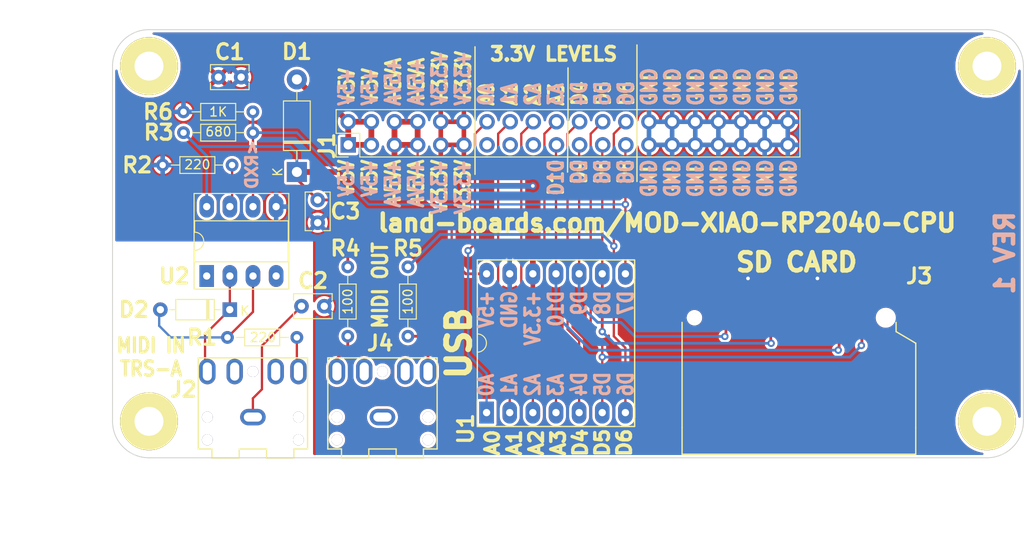
<source format=kicad_pcb>
(kicad_pcb (version 20211014) (generator pcbnew)
  (layers (0 "F.Cu" signal) (31 "B.Cu" signal) (34 "B.Paste" user) (35 "F.Paste" user) (36 "B.SilkS" user "B.Silkscreen") (37 "F.SilkS" user "F.Silkscreen") (38 "B.Mask" user) (39 "F.Mask" user) (44 "Edge.Cuts" user))
  (net 0 "")
  (net 1 "GND")
  (net 2 "/D4")
  (net 3 "/D5")
  (net 4 "/D6")
  (net 5 "/D7")
  (net 6 "/D8")
  (net 7 "/D9")
  (net 8 "/D10")
  (net 9 "/A0")
  (net 10 "/A1")
  (net 11 "/A2")
  (net 12 "/A3")
  (net 13 "+5VA")
  (net 14 "Net-(J2-PadS)")
  (net 15 "+5V")
  (net 16 "+3V3")
  (net 17 "Net-(R2-Pad1)")
  (net 23 "Net-(D2-Pad2)")
  (net 32 "/MIDI_PIN4_RX")
  (net 33 "/MIDI_PIN5_RX")
  (net 34 "Net-(J4-PadR)")
  (net 36 "Net-(J4-PadT)")
  (footprint "LandBoards_MountHoles:MTG-4-40" (layer "F.Cu") (at 94 83)
    (fp_text reference "MTG1" hide)
    (fp_text value "MountingHole" hide)
    (pad "1" thru_hole circle locked (at 0 0) (size 6.35 6.35) (drill 3.175) (layers *.Cu *.Mask "F.SilkS"))
  )
  (footprint "Capacitor_THT:C_Rect_L4.0mm_W2.5mm_P2.50mm" (layer "F.Cu") (at 110.744 70.358)
    (fp_text reference "C2" (at 1.27 -2.794) (layer "F.SilkS") (effects (font (size 1.651 1.651) (thickness 0.34925))))
    (fp_text value "0.1uF")
    (fp_line (start 3.37 0.665) (end 3.37 1.37) (layer "F.SilkS") (width 0.12))
    (fp_line (start -0.87 1.37) (end 3.37 1.37) (layer "F.SilkS") (width 0.12))
    (fp_line (start -0.87 0.665) (end -0.87 1.37) (layer "F.SilkS") (width 0.12))
    (fp_line (start 3.37 -1.37) (end 3.37 -0.665) (layer "F.SilkS") (width 0.12))
    (fp_line (start -0.87 -1.37) (end 3.37 -1.37) (layer "F.SilkS") (width 0.12))
    (fp_line (start -0.87 -1.37) (end -0.87 -0.665) (layer "F.SilkS") (width 0.12))
    (pad "1" thru_hole circle (at 0 0) (size 1.6 1.6) (drill 0.8) (layers *.Cu *.Mask) (net 14 "Net-(J2-PadS)"))
    (pad "2" thru_hole circle (at 2.5 0) (size 1.6 1.6) (drill 0.8) (layers *.Cu *.Mask) (net 1 "GND"))
  )
  (footprint "Resistor_THT:R_Axial_DIN0204_L3.6mm_D1.6mm_P7.62mm_Horizontal" (layer "F.Cu") (at 105.41 49.022 180)
    (fp_text reference "R6" (at 10.414 0) (layer "F.SilkS") (effects (font (size 1.651 1.651) (thickness 0.34925))))
    (fp_text value "1K" (at 3.81 0) (layer "F.SilkS"))
    (fp_line (start 0.94 0) (end 1.89 0) (layer "F.SilkS") (width 0.12))
    (fp_line (start 1.89 -0.92) (end 1.89 0.92) (layer "F.SilkS") (width 0.12))
    (fp_line (start 6.68 0) (end 5.73 0) (layer "F.SilkS") (width 0.12))
    (fp_line (start 5.73 0.92) (end 5.73 -0.92) (layer "F.SilkS") (width 0.12))
    (fp_line (start 5.73 -0.92) (end 1.89 -0.92) (layer "F.SilkS") (width 0.12))
    (fp_line (start 1.89 0.92) (end 5.73 0.92) (layer "F.SilkS") (width 0.12))
    (pad "1" thru_hole circle (at 0 0 180) (size 1.4 1.4) (drill 0.7) (layers *.Cu *.Mask) (net 5 "/D7"))
    (pad "2" thru_hole oval (at 7.62 0 180) (size 1.4 1.4) (drill 0.7) (layers *.Cu *.Mask) (net 1 "GND"))
  )
  (footprint "LandBoards_BoardOutlines:QT_Py" (layer "F.Cu") (at 131.064 82.042 90)
    (fp_text reference "U1" (at -1.778 -2.286 90) (layer "F.SilkS") (effects (font (size 1.651 1.651) (thickness 0.34925))))
    (fp_text value "XIAO RP2040")
    (fp_rect (start -1.524 -1.016) (end 16.764 16.256) (layer "F.SilkS") (width 0.15) (fill none))
    (fp_arc (start 8.636 -1.016) (mid 7.636 -0.016) (end 6.636 -1.016) (layer "F.SilkS") (width 0.12))
    (pad "1" thru_hole rect (at 0 0 90) (size 2.4 1.6) (drill 0.8) (layers *.Cu *.Mask) (net 9 "/A0"))
    (pad "2" thru_hole oval (at 0 2.54 90) (size 2.4 1.6) (drill 0.8) (layers *.Cu *.Mask) (net 10 "/A1"))
    (pad "3" thru_hole oval (at 0 5.08 90) (size 2.4 1.6) (drill 0.8) (layers *.Cu *.Mask) (net 11 "/A2"))
    (pad "4" thru_hole oval (at 0 7.62 90) (size 2.4 1.6) (drill 0.8) (layers *.Cu *.Mask) (net 12 "/A3"))
    (pad "5" thru_hole oval (at 0 10.16 90) (size 2.4 1.6) (drill 0.8) (layers *.Cu *.Mask) (net 2 "/D4"))
    (pad "6" thru_hole oval (at 0 12.7 90) (size 2.4 1.6) (drill 0.8) (layers *.Cu *.Mask) (net 3 "/D5"))
    (pad "7" thru_hole oval (at 0 15.24 90) (size 2.4 1.6) (drill 0.8) (layers *.Cu *.Mask) (net 4 "/D6"))
    (pad "8" thru_hole oval (at 15.24 15.24 90) (size 2.4 1.6) (drill 0.8) (layers *.Cu *.Mask) (net 5 "/D7"))
    (pad "9" thru_hole oval (at 15.24 12.7 90) (size 2.4 1.6) (drill 0.8) (layers *.Cu *.Mask) (net 6 "/D8"))
    (pad "10" thru_hole oval (at 15.24 10.16 90) (size 2.4 1.6) (drill 0.8) (layers *.Cu *.Mask) (net 7 "/D9"))
    (pad "11" thru_hole oval (at 15.24 7.62 90) (size 2.4 1.6) (drill 0.8) (layers *.Cu *.Mask) (net 8 "/D10"))
    (pad "12" thru_hole oval (at 15.24 5.08 90) (size 2.4 1.6) (drill 0.8) (layers *.Cu *.Mask) (net 16 "+3V3"))
    (pad "13" thru_hole oval (at 15.24 2.54 90) (size 2.4 1.6) (drill 0.8) (layers *.Cu *.Mask) (net 1 "GND"))
    (pad "14" thru_hole oval (at 15.24 0 90) (size 2.4 1.6) (drill 0.8) (layers *.Cu *.Mask) (net 13 "+5VA"))
  )
  (footprint "LandBoards_Conns:Jack_3.5mm_CUI_SJ1-3523N_Horizontal" (layer "F.Cu") (at 105.41 82.533998 180)
    (fp_text reference "J2" (at 7.62 3.031998) (layer "F.SilkS") (effects (font (size 1.651 1.651) (thickness 0.34925))))
    (fp_text value "AudioJack3" hide)
    (fp_line (start 1.5 -4.5) (end 1.5 -3.5) (layer "F.SilkS") (width 0.15))
    (fp_line (start -6 6.5) (end -6 -3.5) (layer "F.SilkS") (width 0.15))
    (fp_line (start -6 6.5) (end 6 6.5) (layer "F.SilkS") (width 0.15))
    (fp_line (start -1.5 -3.5) (end 1.5 -3.5) (layer "F.SilkS") (width 0.15))
    (fp_line (start -4.5 -3.5) (end -4.5 -4.5) (layer "F.SilkS") (width 0.15))
    (fp_line (start 4.5 -3.5) (end 4.5 -4.5) (layer "F.SilkS") (width 0.15))
    (fp_line (start -4.5 -4.5) (end -1.5 -4.5) (layer "F.SilkS") (width 0.15))
    (fp_line (start -1.5 -4.5) (end -1.5 -3.5) (layer "F.SilkS") (width 0.15))
    (fp_line (start 6 6.5) (end 6 -3.5) (layer "F.SilkS") (width 0.15))
    (fp_line (start 4.5 -4.5) (end 1.5 -4.5) (layer "F.SilkS") (width 0.15))
    (fp_line (start 4.5 -3.5) (end 6 -3.5) (layer "F.SilkS") (width 0.15))
    (fp_line (start -4.5 -3.5) (end -6 -3.5) (layer "F.SilkS") (width 0.15))
    (pad "90" thru_hole circle (at 5 0 180) (size 1.2 1.2) (drill 1.2) (layers *.Cu *.Mask))
    (pad "90" thru_hole circle (at 0 5 180) (size 1.2 1.2) (drill 1.2) (layers *.Cu *.Mask))
    (pad "90" thru_hole circle (at -5 -2.5 180) (size 1.2 1.2) (drill 1.2) (layers *.Cu *.Mask))
    (pad "90" thru_hole circle (at 5 -2.5 180) (size 1.2 1.2) (drill 1.2) (layers *.Cu *.Mask))
    (pad "90" thru_hole circle (at -5 0 180) (size 1.2 1.2) (drill 1.2) (layers *.Cu *.Mask))
    (pad "R" thru_hole oval (at 5 5 270) (size 2.8 1.8) (drill oval 2 1) (layers *.Cu *.Mask) (net 32 "/MIDI_PIN4_RX"))
    (pad "RN" thru_hole oval (at 2 5 270) (size 2.8 1.8) (drill oval 2 1) (layers *.Cu *.Mask))
    (pad "S" thru_hole oval (at 0 0 180) (size 2.8 1.8) (drill oval 2 1) (layers *.Cu *.Mask) (net 14 "Net-(J2-PadS)"))
    (pad "T" thru_hole oval (at -5 5 270) (size 2.8 1.8) (drill oval 2 1) (layers *.Cu *.Mask) (net 33 "/MIDI_PIN5_RX"))
    (pad "TN" thru_hole oval (at -2.5 5 270) (size 2.8 1.8) (drill oval 2 1) (layers *.Cu *.Mask))
  )
  (footprint "Diode_THT:D_DO-41_SOD81_P10.16mm_Horizontal" (layer "F.Cu") (at 110.236 55.626 90)
    (fp_text reference "D1" (at 13.208 0 180) (layer "F.SilkS") (effects (font (size 1.651 1.651) (thickness 0.34925))))
    (fp_text value "1N5819")
    (fp_text user "K" (at 0 -2.1 90) (layer "F.SilkS"))
    (fp_line (start 2.36 1.47) (end 7.8 1.47) (layer "F.SilkS") (width 0.12))
    (fp_line (start 7.8 1.47) (end 7.8 -1.47) (layer "F.SilkS") (width 0.12))
    (fp_line (start 2.36 -1.47) (end 2.36 1.47) (layer "F.SilkS") (width 0.12))
    (fp_line (start 3.38 -1.47) (end 3.38 1.47) (layer "F.SilkS") (width 0.12))
    (fp_line (start 3.26 -1.47) (end 3.26 1.47) (layer "F.SilkS") (width 0.12))
    (fp_line (start 7.8 -1.47) (end 2.36 -1.47) (layer "F.SilkS") (width 0.12))
    (fp_line (start 3.14 -1.47) (end 3.14 1.47) (layer "F.SilkS") (width 0.12))
    (fp_line (start 8.82 0) (end 7.8 0) (layer "F.SilkS") (width 0.12))
    (fp_line (start 1.34 0) (end 2.36 0) (layer "F.SilkS") (width 0.12))
    (pad "1" thru_hole rect (at 0 0 90) (size 2.2 2.2) (drill 1.1) (layers *.Cu *.Mask) (net 13 "+5VA"))
    (pad "2" thru_hole oval (at 10.16 0 90) (size 2.2 2.2) (drill 1.1) (layers *.Cu *.Mask) (net 15 "+5V"))
  )
  (footprint "Resistor_THT:R_Axial_DIN0204_L3.6mm_D1.6mm_P7.62mm_Horizontal" (layer "F.Cu") (at 102.616 73.787)
    (fp_text reference "R1" (at -2.794 0 180) (layer "F.SilkS") (effects (font (size 1.651 1.651) (thickness 0.34925))))
    (fp_text value "220" (at 3.8862 0) (layer "F.SilkS"))
    (fp_line (start 6.68 0) (end 5.73 0) (layer "F.SilkS") (width 0.12))
    (fp_line (start 5.73 0.92) (end 5.73 -0.92) (layer "F.SilkS") (width 0.12))
    (fp_line (start 1.89 -0.92) (end 1.89 0.92) (layer "F.SilkS") (width 0.12))
    (fp_line (start 5.73 -0.92) (end 1.89 -0.92) (layer "F.SilkS") (width 0.12))
    (fp_line (start 0.94 0) (end 1.89 0) (layer "F.SilkS") (width 0.12))
    (fp_line (start 1.89 0.92) (end 5.73 0.92) (layer "F.SilkS") (width 0.12))
    (pad "1" thru_hole circle (at 0 0) (size 1.4 1.4) (drill 0.7) (layers *.Cu *.Mask) (net 23 "Net-(D2-Pad2)"))
    (pad "2" thru_hole oval (at 7.62 0) (size 1.4 1.4) (drill 0.7) (layers *.Cu *.Mask) (net 33 "/MIDI_PIN5_RX"))
  )
  (footprint "LandBoards_MountHoles:MTG-4-40" (layer "F.Cu") (at 94 44)
    (fp_text reference "MTG3" hide)
    (fp_text value "MountingHole" hide)
    (pad "1" thru_hole circle locked (at 0 0) (size 6.35 6.35) (drill 3.175) (layers *.Cu *.Mask "F.SilkS"))
  )
  (footprint "Resistor_THT:R_Axial_DIN0204_L3.6mm_D1.6mm_P7.62mm_Horizontal" (layer "F.Cu") (at 122.428 73.66 90)
    (fp_text reference "R5" (at 9.652 0 180) (layer "F.SilkS") (effects (font (size 1.651 1.651) (thickness 0.34925))))
    (fp_text value "100" (at 3.81 0 90) (layer "F.SilkS"))
    (fp_line (start 1.89 0.92) (end 5.73 0.92) (layer "F.SilkS") (width 0.12))
    (fp_line (start 6.68 0) (end 5.73 0) (layer "F.SilkS") (width 0.12))
    (fp_line (start 5.73 0.92) (end 5.73 -0.92) (layer "F.SilkS") (width 0.12))
    (fp_line (start 5.73 -0.92) (end 1.89 -0.92) (layer "F.SilkS") (width 0.12))
    (fp_line (start 1.89 -0.92) (end 1.89 0.92) (layer "F.SilkS") (width 0.12))
    (fp_line (start 0.94 0) (end 1.89 0) (layer "F.SilkS") (width 0.12))
    (pad "1" thru_hole circle (at 0 0 90) (size 1.4 1.4) (drill 0.7) (layers *.Cu *.Mask) (net 36 "Net-(J4-PadT)"))
    (pad "2" thru_hole oval (at 7.62 0 90) (size 1.4 1.4) (drill 0.7) (layers *.Cu *.Mask) (net 4 "/D6"))
  )
  (footprint "Resistor_THT:R_Axial_DIN0204_L3.6mm_D1.6mm_P7.62mm_Horizontal" (layer "F.Cu") (at 115.824 73.66 90)
    (fp_text reference "R4" (at 9.652 -0.254 180) (layer "F.SilkS") (effects (font (size 1.651 1.651) (thickness 0.34925))))
    (fp_text value "100" (at 3.81 0 90) (layer "F.SilkS"))
    (fp_line (start 0.94 0) (end 1.89 0) (layer "F.SilkS") (width 0.12))
    (fp_line (start 6.68 0) (end 5.73 0) (layer "F.SilkS") (width 0.12))
    (fp_line (start 1.89 -0.92) (end 1.89 0.92) (layer "F.SilkS") (width 0.12))
    (fp_line (start 5.73 0.92) (end 5.73 -0.92) (layer "F.SilkS") (width 0.12))
    (fp_line (start 1.89 0.92) (end 5.73 0.92) (layer "F.SilkS") (width 0.12))
    (fp_line (start 5.73 -0.92) (end 1.89 -0.92) (layer "F.SilkS") (width 0.12))
    (pad "1" thru_hole circle (at 0 0 90) (size 1.4 1.4) (drill 0.7) (layers *.Cu *.Mask) (net 34 "Net-(J4-PadR)"))
    (pad "2" thru_hole oval (at 7.62 0 90) (size 1.4 1.4) (drill 0.7) (layers *.Cu *.Mask) (net 13 "+5VA"))
  )
  (footprint "Diode_THT:D_DO-35_SOD27_P7.62mm_Horizontal" (layer "F.Cu") (at 102.87 70.739 180)
    (fp_text reference "D2" (at 10.541 0) (layer "F.SilkS") (effects (font (size 1.651 1.651) (thickness 0.34925))))
    (fp_text value "1N914")
    (fp_text user "K" (at -1.651 -0.127) (layer "F.SilkS"))
    (fp_line (start 5.93 1.12) (end 5.93 -1.12) (layer "F.SilkS") (width 0.12))
    (fp_line (start 1.04 0) (end 1.69 0) (layer "F.SilkS") (width 0.12))
    (fp_line (start 1.69 -1.12) (end 1.69 1.12) (layer "F.SilkS") (width 0.12))
    (fp_line (start 5.93 -1.12) (end 1.69 -1.12) (layer "F.SilkS") (width 0.12))
    (fp_line (start 2.53 -1.12) (end 2.53 1.12) (layer "F.SilkS") (width 0.12))
    (fp_line (start 6.58 0) (end 5.93 0) (layer "F.SilkS") (width 0.12))
    (fp_line (start 2.29 -1.12) (end 2.29 1.12) (layer "F.SilkS") (width 0.12))
    (fp_line (start 2.41 -1.12) (end 2.41 1.12) (layer "F.SilkS") (width 0.12))
    (fp_line (start 1.69 1.12) (end 5.93 1.12) (layer "F.SilkS") (width 0.12))
    (pad "1" thru_hole rect (at 0 0 180) (size 1.6 1.6) (drill 0.8) (layers *.Cu *.Mask) (net 32 "/MIDI_PIN4_RX"))
    (pad "2" thru_hole oval (at 7.62 0 180) (size 1.6 1.6) (drill 0.8) (layers *.Cu *.Mask) (net 23 "Net-(D2-Pad2)"))
  )
  (footprint "Capacitor_THT:C_Rect_L4.0mm_W2.5mm_P2.50mm" (layer "F.Cu") (at 112.522 58.694 -90)
    (fp_text reference "C3" (at 1.25 -3.048 180) (layer "F.SilkS") (effects (font (size 1.651 1.651) (thickness 0.34925))))
    (fp_text value "0.1uF")
    (fp_line (start -0.87 1.37) (end 3.37 1.37) (layer "F.SilkS") (width 0.12))
    (fp_line (start -0.87 -1.37) (end 3.37 -1.37) (layer "F.SilkS") (width 0.12))
    (fp_line (start -0.87 0.665) (end -0.87 1.37) (layer "F.SilkS") (width 0.12))
    (fp_line (start -0.87 -1.37) (end -0.87 -0.665) (layer "F.SilkS") (width 0.12))
    (fp_line (start 3.37 0.665) (end 3.37 1.37) (layer "F.SilkS") (width 0.12))
    (fp_line (start 3.37 -1.37) (end 3.37 -0.665) (layer "F.SilkS") (width 0.12))
    (pad "1" thru_hole circle (at 0 0 270) (size 1.6 1.6) (drill 0.8) (layers *.Cu *.Mask) (net 13 "+5VA"))
    (pad "2" thru_hole circle (at 2.5 0 270) (size 1.6 1.6) (drill 0.8) (layers *.Cu *.Mask) (net 1 "GND"))
  )
  (footprint "Connector_PinHeader_2.54mm:PinHeader_2x20_P2.54mm_Vertical" (layer "F.Cu") (at 115.875 52.65 90)
    (fp_text reference "J1" (at -0.104 -2.337 90) (layer "F.SilkS") (effects (font (size 1.651 1.651) (thickness 0.34925))))
    (fp_text value "Conn_02x20_Odd_Even")
    (fp_line (start -1.33 -1.33) (end 0 -1.33) (layer "F.SilkS") (width 0.12))
    (fp_line (start -1.33 49.59) (end 3.87 49.59) (layer "F.SilkS") (width 0.12))
    (fp_line (start -1.33 0) (end -1.33 -1.33) (layer "F.SilkS") (width 0.12))
    (fp_line (start 1.27 -1.33) (end 3.87 -1.33) (layer "F.SilkS") (width 0.12))
    (fp_line (start -1.33 1.27) (end 1.27 1.27) (layer "F.SilkS") (width 0.12))
    (fp_line (start 1.27 1.27) (end 1.27 -1.33) (layer "F.SilkS") (width 0.12))
    (fp_line (start -1.33 1.27) (end -1.33 49.59) (layer "F.SilkS") (width 0.12))
    (fp_line (start 3.87 -1.33) (end 3.87 49.59) (layer "F.SilkS") (width 0.12))
    (pad "1" thru_hole rect (at 0 0 90) (size 1.7 1.7) (drill 1) (layers *.Cu *.Mask) (net 15 "+5V"))
    (pad "2" thru_hole oval (at 2.54 0 90) (size 1.7 1.7) (drill 1) (layers *.Cu *.Mask) (net 15 "+5V"))
    (pad "3" thru_hole oval (at 0 2.54 90) (size 1.7 1.7) (drill 1) (layers *.Cu *.Mask) (net 15 "+5V"))
    (pad "4" thru_hole oval (at 2.54 2.54 90) (size 1.7 1.7) (drill 1) (layers *.Cu *.Mask) (net 15 "+5V"))
    (pad "5" thru_hole oval (at 0 5.08 90) (size 1.7 1.7) (drill 1) (layers *.Cu *.Mask) (net 13 "+5VA"))
    (pad "6" thru_hole oval (at 2.54 5.08 90) (size 1.7 1.7) (drill 1) (layers *.Cu *.Mask) (net 13 "+5VA"))
    (pad "7" thru_hole oval (at 0 7.62 90) (size 1.7 1.7) (drill 1) (layers *.Cu *.Mask) (net 13 "+5VA"))
    (pad "8" thru_hole oval (at 2.54 7.62 90) (size 1.7 1.7) (drill 1) (layers *.Cu *.Mask) (net 13 "+5VA"))
    (pad "9" thru_hole oval (at 0 10.16 90) (size 1.7 1.7) (drill 1) (layers *.Cu *.Mask) (net 16 "+3V3"))
    (pad "10" thru_hole oval (at 2.54 10.16 90) (size 1.7 1.7) (drill 1) (layers *.Cu *.Mask) (net 16 "+3V3"))
    (pad "11" thru_hole oval (at 0 12.7 90) (size 1.7 1.7) (drill 1) (layers *.Cu *.Mask) (net 16 "+3V3"))
    (pad "12" thru_hole oval (at 2.54 12.7 90) (size 1.7 1.7) (drill 1) (layers *.Cu *.Mask) (net 16 "+3V3"))
    (pad "13" thru_hole oval (at 0 15.24 90) (size 1.7 1.7) (drill 1) (layers *.Cu *.Mask))
    (pad "14" thru_hole oval (at 2.54 15.24 90) (size 1.7 1.7) (drill 1) (layers *.Cu *.Mask) (net 9 "/A0"))
    (pad "15" thru_hole oval (at 0 17.78 90) (size 1.7 1.7) (drill 1) (layers *.Cu *.Mask))
    (pad "16" thru_hole oval (at 2.54 17.78 90) (size 1.7 1.7) (drill 1) (layers *.Cu *.Mask) (net 10 "/A1"))
    (pad "17" thru_hole oval (at 0 20.32 90) (size 1.7 1.7) (drill 1) (layers *.Cu *.Mask))
    (pad "18" thru_hole oval (at 2.54 20.32 90) (size 1.7 1.7) (drill 1) (layers *.Cu *.Mask) (net 11 "/A2"))
    (pad "19" thru_hole oval (at 0 22.86 90) (size 1.7 1.7) (drill 1) (layers *.Cu *.Mask) (net 8 "/D10"))
    (pad "20" thru_hole oval (at 2.54 22.86 90) (size 1.7 1.7) (drill 1) (layers *.Cu *.Mask) (net 12 "/A3"))
    (pad "21" thru_hole oval (at 0 25.4 90) (size 1.7 1.7) (drill 1) (layers *.Cu *.Mask) (net 7 "/D9"))
    (pad "22" thru_hole oval (at 2.54 25.4 90) (size 1.7 1.7) (drill 1) (layers *.Cu *.Mask) (net 2 "/D4"))
    (pad "23" thru_hole oval (at 0 27.94 90) (size 1.7 1.7) (drill 1) (layers *.Cu *.Mask) (net 6 "/D8"))
    (pad "24" thru_hole oval (at 2.54 27.94 90) (size 1.7 1.7) (drill 1) (layers *.Cu *.Mask) (net 3 "/D5"))
    (pad "25" thru_hole oval (at 0 30.48 90) (size 1.7 1.7) (drill 1) (layers *.Cu *.Mask) (net 5 "/D7"))
    (pad "26" thru_hole oval (at 2.54 30.48 90) (size 1.7 1.7) (drill 1) (layers *.Cu *.Mask) (net 4 "/D6"))
    (pad "27" thru_hole oval (at 0 33.02 90) (size 1.7 1.7) (drill 1) (layers *.Cu *.Mask) (net 1 "GND"))
    (pad "28" thru_hole oval (at 2.54 33.02 90) (size 1.7 1.7) (drill 1) (layers *.Cu *.Mask) (net 1 "GND"))
    (pad "29" thru_hole oval (at 0 35.56 90) (size 1.7 1.7) (drill 1) (layers *.Cu *.Mask) (net 1 "GND"))
    (pad "30" thru_hole oval (at 2.54 35.56 90) (size 1.7 1.7) (drill 1) (layers *.Cu *.Mask) (net 1 "GND"))
    (pad "31" thru_hole oval (at 0 38.1 90) (size 1.7 1.7) (drill 1) (layers *.Cu *.Mask) (net 1 "GND"))
    (pad "32" thru_hole oval (at 2.54 38.1 90) (size 1.7 1.7) (drill 1) (layers *.Cu *.Mask) (net 1 "GND"))
    (pad "33" thru_hole oval (at 0 40.64 90) (size 1.7 1.7) (drill 1) (layers *.Cu *.Mask) (net 1 "GND"))
    (pad "34" thru_hole oval (at 2.54 40.64 90) (size 1.7 1.7) (drill 1) (layers *.Cu *.Mask) (net 1 "GND"))
    (pad "35" thru_hole oval (at 0 43.18 90) (size 1.7 1.7) (drill 1) (layers *.Cu *.Mask) (net 1 "GND"))
    (pad "36" thru_hole oval (at 2.54 43.18 90) (size 1.7 1.7) (drill 1) (layers *.Cu *.Mask) (net 1 "GND"))
    (pad "37" thru_hole oval (at 0 45.72 90) (size 1.7 1.7) (drill 1) (layers *.Cu *.Mask) (net 1 "GND"))
    (pad "38" thru_hole oval (at 2.54 45.72 90) (size 1.7 1.7) (drill 1) (layers *.Cu *.Mask) (net 1 "GND"))
    (pad "39" thru_hole oval (at 0 48.26 90) (size 1.7 1.7) (drill 1) (layers *.Cu *.Mask) (net 1 "GND"))
    (pad "40" thru_hole oval (at 2.54 48.26 90) (size 1.7 1.7) (drill 1) (layers *.Cu *.Mask) (net 1 "GND"))
  )
  (footprint "LandBoards_Conns:SD_CARD" (layer "F.Cu") (at 159.766 71.628)
    (fp_text reference "J3" (at 18.796 -4.572) (layer "F.SilkS") (effects (font (size 1.651 1.651) (thickness 0.34925))))
    (fp_text value "SD_Card-Connector" hide)
    (fp_line (start -7.239 0.508) (end -7.239 12.065) (layer "F.SilkS") (width 0.15))
    (fp_line (start -7.239 14.986) (end 18.288 14.986) (layer "F.SilkS") (width 0.15))
    (fp_line (start 18.415 2.794) (end 16.256 1.524) (layer "F.SilkS") (width 0.15))
    (fp_line (start 18.415 14.986) (end 18.415 12.065) (layer "F.SilkS") (width 0.15))
    (fp_line (start 18.288 14.986) (end 18.415 14.986) (layer "F.SilkS") (width 0.15))
    (fp_line (start 16.256 1.524) (end 16.256 0.508) (layer "F.SilkS") (width 0.15))
    (fp_line (start 18.415 12.065) (end 18.415 2.794) (layer "F.SilkS") (width 0.15))
    (fp_line (start -7.239 12.065) (end -7.239 14.986) (layer "F.SilkS") (width 0.15))
    (fp_line (start 17.82 0.72) (end 17.82 0.71) (layer "F.SilkS") (width 0.01))
    (pad "" np_thru_hole circle locked (at -5.88 0) (size 1.1 1.1) (drill 1.1) (layers *.Cu *.Mask "F.SilkS"))
    (pad "" np_thru_hole circle locked (at 15.12 0) (size 1.6 1.6) (drill 1.6) (layers *.Cu *.Mask "F.SilkS"))
    (pad "1" smd rect locked (at 12.5 -2.8) (size 1 1.5) (layers "F.Cu" "F.Mask") (net 3 "/D5"))
    (pad "2" smd rect locked (at 10 -2.8) (size 1 1.5) (layers "F.Cu" "F.Mask") (net 8 "/D10"))
    (pad "3" smd rect locked (at 7.5 -2.8) (size 1 1.5) (layers "F.Cu" "F.Mask") (net 1 "GND"))
    (pad "4" smd rect locked (at 5 -2.8) (size 1 1.5) (layers "F.Cu" "F.Mask") (net 16 "+3V3"))
    (pad "5" smd rect locked (at 2.5 -2.8) (size 1 1.5) (layers "F.Cu" "F.Mask") (net 6 "/D8"))
    (pad "6" smd rect locked (at 0 -2.8) (size 1 1.5) (layers "F.Cu" "F.Mask") (net 1 "GND"))
    (pad "7" smd rect locked (at -2.42 -2.8) (size 1 1.5) (layers "F.Cu" "F.Mask") (net 7 "/D9"))
    (pad "8" smd rect locked (at -4.12 -2.8) (size 1 1.5) (layers "F.Cu" "F.Mask"))
    (pad "9" smd rect locked (at 15 -2.8) (size 1 1.5) (layers "F.Cu" "F.Mask"))
    (pad "10" smd rect locked (at -5.46 -2.8) (size 0.7 1.5) (layers "F.Cu" "F.Mask"))
    (pad "11" smd rect locked (at -6.6 -2.8) (size 0.7 1.5) (layers "F.Cu" "F.Mask"))
    (pad "12" smd rect locked (at 17.07 -1) (size 1.5 2.8) (layers "F.Cu" "F.Mask"))
    (pad "13" smd rect locked (at -8.03 -1) (size 1.5 2.8) (layers "F.Cu" "F.Mask"))
    (pad "14" smd rect locked (at -8.03 13.5) (size 1.5 2.8) (layers "F.Cu" "F.Mask"))
    (pad "15" smd rect locked (at 19.27 13.5) (size 1.5 2.8) (layers "F.Cu" "F.Mask"))
  )
  (footprint "Resistor_THT:R_Axial_DIN0204_L3.6mm_D1.6mm_P7.62mm_Horizontal" (layer "F.Cu") (at 97.79 51.308)
    (fp_text reference "R3" (at -2.7178 -0.0254) (layer "F.SilkS") (effects (font (size 1.651 1.651) (thickness 0.34925))))
    (fp_text value "680" (at 3.8354 -0.1016) (layer "F.SilkS"))
    (fp_line (start 5.73 0.92) (end 5.73 -0.92) (layer "F.SilkS") (width 0.12))
    (fp_line (start 1.89 -0.92) (end 1.89 0.92) (layer "F.SilkS") (width 0.12))
    (fp_line (start 6.68 0) (end 5.73 0) (layer "F.SilkS") (width 0.12))
    (fp_line (start 0.94 0) (end 1.89 0) (layer "F.SilkS") (width 0.12))
    (fp_line (start 5.73 -0.92) (end 1.89 -0.92) (layer "F.SilkS") (width 0.12))
    (fp_line (start 1.89 0.92) (end 5.73 0.92) (layer "F.SilkS") (width 0.12))
    (pad "1" thru_hole circle (at 0 0) (size 1.4 1.4) (drill 0.7) (layers *.Cu *.Mask) (net 13 "+5VA"))
    (pad "2" thru_hole oval (at 7.62 0) (size 1.4 1.4) (drill 0.7) (layers *.Cu *.Mask) (net 5 "/D7"))
  )
  (footprint "Resistor_THT:R_Axial_DIN0204_L3.6mm_D1.6mm_P7.62mm_Horizontal" (layer "F.Cu") (at 103.124 54.864 180)
    (fp_text reference "R2" (at 10.414 0) (layer "F.SilkS") (effects (font (size 1.651 1.651) (thickness 0.34925))))
    (fp_text value "220" (at 3.81 0.0508) (layer "F.SilkS"))
    (fp_line (start 1.89 -0.92) (end 1.89 0.92) (layer "F.SilkS") (width 0.12))
    (fp_line (start 5.73 0.92) (end 5.73 -0.92) (layer "F.SilkS") (width 0.12))
    (fp_line (start 6.68 0) (end 5.73 0) (layer "F.SilkS") (width 0.12))
    (fp_line (start 1.89 0.92) (end 5.73 0.92) (layer "F.SilkS") (width 0.12))
    (fp_line (start 5.73 -0.92) (end 1.89 -0.92) (layer "F.SilkS") (width 0.12))
    (fp_line (start 0.94 0) (end 1.89 0) (layer "F.SilkS") (width 0.12))
    (pad "1" thru_hole circle (at 0 0 180) (size 1.4 1.4) (drill 0.7) (layers *.Cu *.Mask) (net 17 "Net-(R2-Pad1)"))
    (pad "2" thru_hole oval (at 7.62 0 180) (size 1.4 1.4) (drill 0.7) (layers *.Cu *.Mask) (net 1 "GND"))
  )
  (footprint "LandBoards_Conns:Jack_3.5mm_CUI_SJ1-3523N_Horizontal" (layer "F.Cu") (at 119.634 82.534 180)
    (fp_text reference "J4" (at 0.254 8.112) (layer "F.SilkS") (effects (font (size 1.651 1.651) (thickness 0.34925))))
    (fp_text value "AudioJack3" hide)
    (fp_line (start -4.5 -3.5) (end -4.5 -4.5) (layer "F.SilkS") (width 0.15))
    (fp_line (start 4.5 -3.5) (end 4.5 -4.5) (layer "F.SilkS") (width 0.15))
    (fp_line (start 4.5 -4.5) (end 1.5 -4.5) (layer "F.SilkS") (width 0.15))
    (fp_line (start -6 6.5) (end 6 6.5) (layer "F.SilkS") (width 0.15))
    (fp_line (start 6 6.5) (end 6 -3.5) (layer "F.SilkS") (width 0.15))
    (fp_line (start 4.5 -3.5) (end 6 -3.5) (layer "F.SilkS") (width 0.15))
    (fp_line (start -4.5 -4.5) (end -1.5 -4.5) (layer "F.SilkS") (width 0.15))
    (fp_line (start 1.5 -4.5) (end 1.5 -3.5) (layer "F.SilkS") (width 0.15))
    (fp_line (start -1.5 -3.5) (end 1.5 -3.5) (layer "F.SilkS") (width 0.15))
    (fp_line (start -6 6.5) (end -6 -3.5) (layer "F.SilkS") (width 0.15))
    (fp_line (start -4.5 -3.5) (end -6 -3.5) (layer "F.SilkS") (width 0.15))
    (fp_line (start -1.5 -4.5) (end -1.5 -3.5) (layer "F.SilkS") (width 0.15))
    (pad "90" thru_hole circle (at -5 0 180) (size 1.2 1.2) (drill 1.2) (layers *.Cu *.Mask))
    (pad "90" thru_hole circle (at 5 0 180) (size 1.2 1.2) (drill 1.2) (layers *.Cu *.Mask))
    (pad "90" thru_hole circle (at 0 5 180) (size 1.2 1.2) (drill 1.2) (layers *.Cu *.Mask))
    (pad "90" thru_hole circle (at -5 -2.5 180) (size 1.2 1.2) (drill 1.2) (layers *.Cu *.Mask))
    (pad "90" thru_hole circle (at 5 -2.5 180) (size 1.2 1.2) (drill 1.2) (layers *.Cu *.Mask))
    (pad "R" thru_hole oval (at 5 5 270) (size 2.8 1.8) (drill oval 2 1) (layers *.Cu *.Mask) (net 34 "Net-(J4-PadR)"))
    (pad "RN" thru_hole oval (at 2 5 270) (size 2.8 1.8) (drill oval 2 1) (layers *.Cu *.Mask))
    (pad "S" thru_hole oval (at 0 0 180) (size 2.8 1.8) (drill oval 2 1) (layers *.Cu *.Mask))
    (pad "T" thru_hole oval (at -5 5 270) (size 2.8 1.8) (drill oval 2 1) (layers *.Cu *.Mask) (net 36 "Net-(J4-PadT)"))
    (pad "TN" thru_hole oval (at -2.5 5 270) (size 2.8 1.8) (drill oval 2 1) (layers *.Cu *.Mask))
  )
  (footprint "Capacitor_THT:C_Rect_L4.0mm_W2.5mm_P2.50mm" (layer "F.Cu") (at 101.62 45.212)
    (fp_text reference "C1" (at 1.2446 -2.7686) (layer "F.SilkS") (effects (font (size 1.651 1.651) (thickness 0.34925))))
    (fp_text value "0.1uF")
    (fp_line (start 3.37 0.665) (end 3.37 1.37) (layer "F.SilkS") (width 0.12))
    (fp_line (start -0.87 0.665) (end -0.87 1.37) (layer "F.SilkS") (width 0.12))
    (fp_line (start -0.87 -1.37) (end -0.87 -0.665) (layer "F.SilkS") (width 0.12))
    (fp_line (start 3.37 -1.37) (end 3.37 -0.665) (layer "F.SilkS") (width 0.12))
    (fp_line (start -0.87 1.37) (end 3.37 1.37) (layer "F.SilkS") (width 0.12))
    (fp_line (start -0.87 -1.37) (end 3.37 -1.37) (layer "F.SilkS") (width 0.12))
    (pad "1" thru_hole circle (at 0 0) (size 1.6 1.6) (drill 0.8) (layers *.Cu *.Mask) (net 16 "+3V3"))
    (pad "2" thru_hole circle (at 2.5 0) (size 1.6 1.6) (drill 0.8) (layers *.Cu *.Mask) (net 1 "GND"))
  )
  (footprint "Package_DIP:DIP-8_W7.62mm_Socket_LongPads" (layer "F.Cu") (at 100.34 67.046 90)
    (fp_text reference "U2" (at -0.01 -3.566) (layer "F.SilkS") (effects (font (size 1.651 1.651) (thickness 0.34925))))
    (fp_text value "6N138")
    (fp_line (start -1.44 9.01) (end 9.06 9.01) (layer "F.SilkS") (width 0.12))
    (fp_line (start -1.44 -1.39) (end -1.44 9.01) (layer "F.SilkS") (width 0.12))
    (fp_line (start 6.06 -1.33) (end 4.81 -1.33) (layer "F.SilkS") (width 0.12))
    (fp_line (start 2.81 -1.33) (end 1.56 -1.33) (layer "F.SilkS") (width 0.12))
    (fp_line (start 6.06 8.95) (end 6.06 -1.33) (layer "F.SilkS") (width 0.12))
    (fp_line (start 9.06 9.01) (end 9.06 -1.39) (layer "F.SilkS") (width 0.12))
    (fp_line (start 1.56 8.95) (end 6.06 8.95) (layer "F.SilkS") (width 0.12))
    (fp_line (start 9.06 -1.39) (end -1.44 -1.39) (layer "F.SilkS") (width 0.12))
    (fp_line (start 1.56 -1.33) (end 1.56 8.95) (layer "F.SilkS") (width 0.12))
    (fp_arc (start 4.81 -1.33) (mid 3.81 -0.33) (end 2.81 -1.33) (layer "F.SilkS") (width 0.12))
    (pad "1" thru_hole rect (at 0 0 90) (size 2.4 1.6) (drill 0.8) (layers *.Cu *.Mask))
    (pad "2" thru_hole oval (at 0 2.54 90) (size 2.4 1.6) (drill 0.8) (layers *.Cu *.Mask) (net 32 "/MIDI_PIN4_RX"))
    (pad "3" thru_hole oval (at 0 5.08 90) (size 2.4 1.6) (drill 0.8) (layers *.Cu *.Mask) (net 23 "Net-(D2-Pad2)"))
    (pad "4" thru_hole oval (at 0 7.62 90) (size 2.4 1.6) (drill 0.8) (layers *.Cu *.Mask))
    (pad "5" thru_hole oval (at 7.62 7.62 90) (size 2.4 1.6) (drill 0.8) (layers *.Cu *.Mask) (net 1 "GND"))
    (pad "6" thru_hole oval (at 7.62 5.08 90) (size 2.4 1.6) (drill 0.8) (layers *.Cu *.Mask) (net 5 "/D7"))
    (pad "7" thru_hole oval (at 7.62 2.54 90) (size 2.4 1.6) (drill 0.8) (layers *.Cu *.Mask) (net 17 "Net-(R2-Pad1)"))
    (pad "8" thru_hole oval (at 7.62 0 90) (size 2.4 1.6) (drill 0.8) (layers *.Cu *.Mask) (net 13 "+5VA"))
  )
  (footprint "LandBoards_MountHoles:MTG-4-40" (layer "F.Cu") (at 186 83)
    (fp_text reference "MTG2" hide)
    (fp_text value "MountingHole" hide)
    (pad "1" thru_hole circle locked (at 0 0) (size 6.35 6.35) (drill 3.175) (layers *.Cu *.Mask "F.SilkS"))
  )
  (footprint "LandBoards_MountHoles:MTG-4-40" (layer "F.Cu") (at 186 44)
    (fp_text reference "MTG4" hide)
    (fp_text value "MountingHole" hide)
    (pad "1" thru_hole circle locked (at 0 0) (size 6.35 6.35) (drill 3.175) (layers *.Cu *.Mask "F.SilkS"))
  )
  (gr_line (start 129.794 48.768) (end 129.794 41.8846) (layer "F.SilkS") (width 0.15))
  (gr_line (start 129.794 55.88) (end 129.794 48.768) (layer "F.SilkS") (width 0.15))
  (gr_line (start 139.954 55.638) (end 140.005 48.78) (layer "F.SilkS") (width 0.15))
  (gr_line (start 147.574 48.7934) (end 147.574 41.6814) (layer "F.SilkS") (width 0.15))
  (gr_line (start 140.005 48.78) (end 140.0048 44.196) (layer "F.SilkS") (width 0.15))
  (gr_line (start 147.574 56.6674) (end 147.574 48.7934) (layer "F.SilkS") (width 0.15))
  (gr_line (start 90 83) (end 90 44) (layer "Edge.Cuts") (width 0.1))
  (gr_line (start 94 40) (end 186 40) (layer "Edge.Cuts") (width 0.1))
  (gr_line (start 190 44) (end 190 83) (layer "Edge.Cuts") (width 0.1))
  (gr_arc (start 190 83) (mid 188.828427 85.828427) (end 186 87) (layer "Edge.Cuts") (width 0.1))
  (gr_line (start 186 87) (end 94 87) (layer "Edge.Cuts") (width 0.1))
  (gr_arc (start 94 87) (mid 91.171573 85.828427) (end 90 83) (layer "Edge.Cuts") (width 0.1))
  (gr_arc (start 186 40) (mid 188.828427 41.171573) (end 190 44) (layer "Edge.Cuts") (width 0.1))
  (gr_arc (start 90 44) (mid 91.171573 41.171573) (end 94 40) (layer "Edge.Cuts") (width 0.1))
  (gr_text "+5V\n+5V\n+5VA\n+5VA\n+3.3V\n+3.3V\nA0\nA1\nA2\nA3\nD4\nD5\nD6\nGND\nGND\nGND\nGND\nGND\nGND\nGND" (at 139.954 48.514 90) (layer "B.SilkS") (effects (font (size 1.5875 1.3208) (thickness 0.3302)) (justify right mirror)))
  (gr_text "+5V\nGND\n+3.3V\nD10\nD9\nD8\nD7" (at 138.678006 68.496002 90) (layer "B.SilkS") (effects (font (size 1.5875 1.3208) (thickness 0.3302)) (justify left mirror)))
  (gr_text "<RXD" (at 105.283 51.943 90) (layer "B.SilkS") (effects (font (size 1.27 1.27) (thickness 0.3175)) (justify left mirror)))
  (gr_text "+5V\n+5V\n+5VA\n+5VA\n+3.3V\n+3.3V\n\n\n\nD10\nD9\nD8\nD8\nGND\nGND\nGND\nGND\nGND\nGND\nGND" (at 139.954 54.102 90) (layer "B.SilkS") (effects (font (size 1.5875 1.3208) (thickness 0.3302)) (justify left mirror)))
  (gr_text "REV 1" (at 187.96 64.516 90) (layer "B.SilkS") (effects (font (size 2 2) (thickness 0.5)) (justify mirror)))
  (gr_text "A0\nA1\nA2\nA3\nD4\nD5\nD6" (at 138.678006 80.434002 90) (layer "B.SilkS") (effects (font (size 1.5875 1.3208) (thickness 0.3302)) (justify right mirror)))
  (gr_text "+5V\n+5V\n+5VA\n+5VA\n+3.3V\n+3.3V\nA0\nA1\nA2\nA3\nD4\nD5\nD6\nGND\nGND\nGND\nGND\nGND\nGND\nGND" (at 140.005 48.514 90) (layer "F.SilkS") (effects (font (size 1.5875 1.3208) (thickness 0.3302)) (justify left)))
  (gr_text "MIDI OUT" (at 119.38 68.072 90) (layer "F.SilkS") (effects (font (size 1.5875 1.397) (thickness 0.3429))))
  (gr_text "A0\nA1\nA2\nA3\nD4\nD5\nD6" (at 138.938 85.344 90) (layer "F.SilkS") (effects (font (size 1.5 1.5) (thickness 0.375))))
  (gr_text "3.3V LEVELS" (at 138.43 42.672) (layer "F.SilkS") (effects (font (size 1.5 1.5) (thickness 0.375))))
  (gr_text "USB" (at 128.016 74.422 90) (layer "F.SilkS") (effects (font (size 2.54 2.54) (thickness 0.635))))
  (gr_text "MIDI IN\nTRS-A" (at 94.234 75.946) (layer "F.SilkS") (effects (font (size 1.5875 1.397) (thickness 0.3429))))
  (gr_text "+5V\n+5V\n+5VA\n+5VA\n+3.3V\n+3.3V\n\n\n\nD10\nD9\nD8\nD8\nGND\nGND\nGND\nGND\nGND\nGND\nGND" (at 139.954 54.102 90) (layer "F.SilkS") (effects (font (size 1.5875 1.3208) (thickness 0.3302)) (justify right)))
  (gr_text "land-boards.com/MOD-XIAO-RP2040-CPU" (at 150.876 61.214) (layer "F.SilkS") (effects (font (size 1.905 1.905) (thickness 0.47625))))
  (gr_text "SD CARD" (at 165.1 65.532) (layer "F.SilkS") (effects (font (size 2 2) (thickness 0.5))))
  (segment (start 167.266 67.43) (end 167.386 67.31) (width 0.3048) (layer "F.Cu") (net 1))
  (segment (start 159.766 68.828) (end 159.766 67.31) (width 0.3048) (layer "F.Cu") (net 1))
  (segment (start 167.266 68.828) (end 167.266 67.43) (width 0.3048) (layer "F.Cu") (net 1))
  (via (at 167.386 67.31) (size 0.8) (drill 0.4) (layers "F.Cu" "B.Cu") (net 1))
  (via (at 159.766 67.31) (size 0.8) (drill 0.4) (layers "F.Cu" "B.Cu") (net 1))
  (segment (start 141.224 82.042) (end 141.224 74.168) (width 0.25) (layer "F.Cu") (net 2))
  (segment (start 141.224 74.168) (end 139.954 72.898) (width 0.25) (layer "F.Cu") (net 2))
  (segment (start 139.954 51.431) (end 141.275 50.11) (width 0.25) (layer "F.Cu") (net 2))
  (segment (start 139.954 72.898) (end 139.954 51.431) (width 0.25) (layer "F.Cu") (net 2))
  (segment (start 142.494 73.406) (end 142.494 51.431) (width 0.25) (layer "F.Cu") (net 3))
  (segment (start 143.764 82.042) (end 143.764 74.676) (width 0.25) (layer "F.Cu") (net 3))
  (segment (start 143.764 74.676) (end 142.494 73.406) (width 0.25) (layer "F.Cu") (net 3))
  (segment (start 172.266 68.828) (end 172.266 74.622) (width 0.3048) (layer "F.Cu") (net 3))
  (segment (start 172.266 74.622) (end 172.212 74.676) (width 0.3048) (layer "F.Cu") (net 3))
  (segment (start 142.494 51.431) (end 143.815 50.11) (width 0.25) (layer "F.Cu") (net 3))
  (via (at 143.764 75.946) (size 0.8) (drill 0.4) (layers "F.Cu" "B.Cu") (net 3))
  (via (at 172.212 74.676) (size 0.8) (drill 0.4) (layers "F.Cu" "B.Cu") (net 3))
  (segment (start 143.764 75.946) (end 170.942 75.946) (width 0.3048) (layer "B.Cu") (net 3))
  (segment (start 170.942 75.946) (end 172.212 74.676) (width 0.3048) (layer "B.Cu") (net 3))
  (segment (start 146.304 82.042) (end 146.304 74.93) (width 0.25) (layer "F.Cu") (net 4))
  (segment (start 145.034 51.431) (end 146.355 50.11) (width 0.25) (layer "F.Cu") (net 4))
  (segment (start 146.304 74.93) (end 145.034 73.66) (width 0.25) (layer "F.Cu") (net 4))
  (segment (start 145.034 73.66) (end 145.034 63.754) (width 0.25) (layer "F.Cu") (net 4))
  (segment (start 145.034 63.754) (end 145.034 51.431) (width 0.25) (layer "F.Cu") (net 4))
  (via (at 145.034 63.754) (size 0.8) (drill 0.4) (layers "F.Cu" "B.Cu") (net 4))
  (segment (start 122.428 66.04) (end 125.984 62.484) (width 0.3048) (layer "B.Cu") (net 4))
  (segment (start 143.764 62.484) (end 145.034 63.754) (width 0.3048) (layer "B.Cu") (net 4))
  (segment (start 125.984 62.484) (end 143.764 62.484) (width 0.3048) (layer "B.Cu") (net 4))
  (segment (start 105.42 59.426) (end 105.42 51.318) (width 0.25) (layer "F.Cu") (net 5))
  (segment (start 146.304 66.802) (end 146.304 59.182) (width 0.25) (layer "F.Cu") (net 5))
  (segment (start 146.304 59.182) (end 146.304 52.701) (width 0.25) (layer "F.Cu") (net 5))
  (via (at 146.304 59.182) (size 0.8) (drill 0.4) (layers "F.Cu" "B.Cu") (net 5))
  (segment (start 110.236 51.308) (end 118.11 59.182) (width 0.25) (layer "B.Cu") (net 5))
  (segment (start 105.41 49.022) (end 105.41 51.308) (width 0.3048) (layer "B.Cu") (net 5))
  (segment (start 105.41 51.308) (end 110.236 51.308) (width 0.3048) (layer "B.Cu") (net 5))
  (segment (start 118.11 59.182) (end 146.304 59.182) (width 0.25) (layer "B.Cu") (net 5))
  (segment (start 162.266 68.828) (end 162.266 74.3921) (width 0.3048) (layer "F.Cu") (net 6))
  (segment (start 162.266 74.3921) (end 162.306 74.4321) (width 0.3048) (layer "F.Cu") (net 6))
  (segment (start 143.764 73.152) (end 143.764 66.802) (width 0.3048) (layer "F.Cu") (net 6))
  (segment (start 143.764 66.802) (end 143.764 52.701) (width 0.25) (layer "F.Cu") (net 6))
  (via (at 143.764 73.152) (size 0.8) (drill 0.4) (layers "F.Cu" "B.Cu") (net 6))
  (via (at 162.306 74.4321) (size 0.8) (drill 0.4) (layers "F.Cu" "B.Cu") (net 6))
  (segment (start 145.0441 74.4321) (end 162.306 74.4321) (width 0.3048) (layer "B.Cu") (net 6))
  (segment (start 145.0441 74.4321) (end 143.764 73.152) (width 0.3048) (layer "B.Cu") (net 6))
  (segment (start 157.346 68.828) (end 157.346 73.5602) (width 0.3048) (layer "F.Cu") (net 7))
  (segment (start 141.224 66.802) (end 141.224 52.701) (width 0.25) (layer "F.Cu") (net 7))
  (segment (start 157.346 73.5602) (end 157.226 73.6802) (width 0.3048) (layer "F.Cu") (net 7))
  (via (at 157.226 73.6802) (size 0.8) (drill 0.4) (layers "F.Cu" "B.Cu") (net 7))
  (segment (start 141.224 70.104) (end 141.224 66.802) (width 0.3048) (layer "B.Cu") (net 7))
  (segment (start 145.796 72.136) (end 143.256 72.136) (width 0.3048) (layer "B.Cu") (net 7))
  (segment (start 157.226 73.6802) (end 147.3402 73.6802) (width 0.3048) (layer "B.Cu") (net 7))
  (segment (start 143.256 72.136) (end 141.224 70.104) (width 0.3048) (layer "B.Cu") (net 7))
  (segment (start 147.3402 73.6802) (end 145.796 72.136) (width 0.3048) (layer "B.Cu") (net 7))
  (segment (start 138.684 66.802) (end 138.684 52.701) (width 0.25) (layer "F.Cu") (net 8))
  (segment (start 169.766 75.09) (end 169.672 75.184) (width 0.3048) (layer "F.Cu") (net 8))
  (segment (start 169.766 68.828) (end 169.766 75.09) (width 0.3048) (layer "F.Cu") (net 8))
  (via (at 169.672 75.184) (size 0.8) (drill 0.4) (layers "F.Cu" "B.Cu") (net 8))
  (segment (start 169.672 75.184) (end 142.494 75.184) (width 0.3048) (layer "B.Cu") (net 8))
  (segment (start 142.494 75.184) (end 138.684 71.374) (width 0.3048) (layer "B.Cu") (net 8))
  (segment (start 138.684 71.374) (end 138.684 66.802) (width 0.3048) (layer "B.Cu") (net 8))
  (segment (start 129.794 51.431) (end 129.794 63.5) (width 0.25) (layer "F.Cu") (net 9))
  (segment (start 131.115 50.11) (end 129.794 51.431) (width 0.25) (layer "F.Cu") (net 9))
  (segment (start 129.794 63.5) (end 129.032 64.262) (width 0.25) (layer "F.Cu") (net 9))
  (via (at 129.032 64.262) (size 0.8) (drill 0.4) (layers "F.Cu" "B.Cu") (net 9))
  (segment (start 129.032 75.692) (end 131.064 77.724) (width 0.25) (layer "B.Cu") (net 9))
  (segment (start 129.032 64.262) (end 129.032 75.692) (width 0.25) (layer "B.Cu") (net 9))
  (segment (start 131.064 77.724) (end 131.064 82.042) (width 0.25) (layer "B.Cu") (net 9))
  (segment (start 132.334 75.184) (end 132.334 51.431) (width 0.25) (layer "F.Cu") (net 10))
  (segment (start 133.604 82.042) (end 133.604 76.454) (width 0.25) (layer "F.Cu") (net 10))
  (segment (start 132.334 51.431) (end 133.655 50.11) (width 0.25) (layer "F.Cu") (net 10))
  (segment (start 133.604 76.454) (end 132.334 75.184) (width 0.25) (layer "F.Cu") (net 10))
  (segment (start 134.874 51.431) (end 136.195 50.11) (width 0.25) (layer "F.Cu") (net 11))
  (segment (start 136.144 76.454) (end 134.874 75.184) (width 0.25) (layer "F.Cu") (net 11))
  (segment (start 134.874 75.184) (end 134.874 51.431) (width 0.25) (layer "F.Cu") (net 11))
  (segment (start 136.144 82.042) (end 136.144 76.454) (width 0.25) (layer "F.Cu") (net 11))
  (segment (start 137.414 51.431) (end 138.735 50.11) (width 0.25) (layer "F.Cu") (net 12))
  (segment (start 137.414 74.168) (end 137.414 51.431) (width 0.25) (layer "F.Cu") (net 12))
  (segment (start 138.684 82.042) (end 138.684 75.438) (width 0.25) (layer "F.Cu") (net 12))
  (segment (start 138.684 75.438) (end 137.414 74.168) (width 0.25) (layer "F.Cu") (net 12))
  (segment (start 120.955003 54.304997) (end 120.955003 52.650009) (width 0.635) (layer "F.Cu") (net 13))
  (segment (start 112.522 58.694) (end 114.32 58.694) (width 0.3048) (layer "F.Cu") (net 13))
  (segment (start 114.32 58.694) (end 115.824 60.198) (width 0.3048) (layer "F.Cu") (net 13))
  (segment (start 110.236 55.626) (end 119.634 55.626) (width 0.635) (layer "F.Cu") (net 13))
  (segment (start 123.495 57.201) (end 127.234 60.94) (width 0.25) (layer "F.Cu") (net 13))
  (segment (start 127.234 60.94) (end 127.234 64.242) (width 0.25) (layer "F.Cu") (net 13))
  (segment (start 123.495003 50.110009) (end 123.495003 52.650009) (width 0.635) (layer "F.Cu") (net 13))
  (segment (start 128.778 66.802) (end 127.234 65.258) (width 0.3048) (layer "F.Cu") (net 13))
  (segment (start 131.064 66.802) (end 128.778 66.802) (width 0.3048) (layer "F.Cu") (net 13))
  (segment (start 120.955003 52.650009) (end 123.495003 52.650009) (width 0.635) (layer "F.Cu") (net 13))
  (segment (start 119.634 55.626) (end 120.955003 54.304997) (width 0.635) (layer "F.Cu") (net 13))
  (segment (start 120.955003 50.110009) (end 123.495003 50.110009) (width 0.635) (layer "F.Cu") (net 13))
  (segment (start 110.236 56.408) (end 112.522 58.694) (width 0.3048) (layer "F.Cu") (net 13))
  (segment (start 115.824 60.198) (end 115.824 66.04) (width 0.3048) (layer "F.Cu") (net 13))
  (segment (start 123.495 52.65) (end 123.495 57.201) (width 0.25) (layer "F.Cu") (net 13))
  (segment (start 127.234 65.258) (end 127.234 64.242) (width 0.3048) (layer "F.Cu") (net 13))
  (segment (start 120.955003 50.110009) (end 120.955003 52.650009) (width 0.635) (layer "F.Cu") (net 13))
  (segment (start 109.474 52.832) (end 99.314 52.832) (width 0.3048) (layer "B.Cu") (net 13))
  (segment (start 100.34 53.858) (end 99.314 52.832) (width 0.3048) (layer "B.Cu") (net 13))
  (segment (start 100.34 59.426) (end 100.34 53.858) (width 0.3048) (layer "B.Cu") (net 13))
  (segment (start 110.236 53.594) (end 109.474 52.832) (width 0.3048) (layer "B.Cu") (net 13))
  (segment (start 99.314 52.832) (end 97.79 51.308) (width 0.3048) (layer "B.Cu") (net 13))
  (segment (start 110.236 55.626) (end 110.236 53.594) (width 0.3048) (layer "B.Cu") (net 13))
  (segment (start 106.404521 74.697479) (end 110.744 70.358) (width 0.25) (layer "F.Cu") (net 14))
  (segment (start 106.404521 79.480521) (end 106.404521 74.697479) (width 0.25) (layer "F.Cu") (net 14))
  (segment (start 105.41 80.475042) (end 106.404521 79.480521) (width 0.25) (layer "F.Cu") (net 14))
  (segment (start 105.41 82.533998) (end 105.41 80.475042) (width 0.25) (layer "F.Cu") (net 14))
  (segment (start 118.415003 52.650009) (end 118.415003 50.110009) (width 0.635) (layer "F.Cu") (net 15))
  (segment (start 115.875003 50.110009) (end 113.65451 47.88949) (width 0.635) (layer "F.Cu") (net 15))
  (segment (start 110.236 45.466) (end 112.65949 47.88949) (width 0.635) (layer "F.Cu") (net 15))
  (segment (start 115.875003 50.110009) (end 118.415003 50.110009) (width 0.635) (layer "F.Cu") (net 15))
  (segment (start 112.65949 47.88949) (end 113.65451 47.88949) (width 0.635) (layer "F.Cu") (net 15))
  (segment (start 115.875003 50.110009) (end 115.875003 52.650009) (width 0.635) (layer "F.Cu") (net 15))
  (segment (start 115.875003 52.650009) (end 118.415003 52.650009) (width 0.635) (layer "F.Cu") (net 15))
  (segment (start 128.575 57.099) (end 128.524 57.15) (width 0.25) (layer "F.Cu") (net 16))
  (segment (start 136.144 57.15) (end 136.144 66.802) (width 0.635) (layer "F.Cu") (net 16))
  (via (at 128.524 57.15) (size 0.8) (drill 0.4) (layers "F.Cu" "B.Cu") (net 16))
  (via (at 136.144 57.15) (size 0.8) (drill 0.4) (layers "F.Cu" "B.Cu") (net 16))
  (segment (start 128.524 57.15) (end 136.144 57.15) (width 0.635) (layer "B.Cu") (net 16))
  (segment (start 103.124 54.864) (end 103.124 59.182) (width 0.25) (layer "F.Cu") (net 17))
  (segment (start 105.42 70.983) (end 102.616 73.787) (width 0.25) (layer "F.Cu") (net 23))
  (segment (start 105.42 67.046) (end 105.42 70.983) (width 0.25) (layer "F.Cu") (net 23))
  (segment (start 96.393 73.787) (end 95.123 72.517) (width 0.25) (layer "B.Cu") (net 23))
  (segment (start 102.616 73.787) (end 96.393 73.787) (width 0.25) (layer "B.Cu") (net 23))
  (segment (start 95.123 72.517) (end 95.123 70.866) (width 0.25) (layer "B.Cu") (net 23))
  (segment (start 100.156 73.453) (end 100.156 77.55) (width 0.25) (layer "F.Cu") (net 32))
  (segment (start 102.88 67.046) (end 102.88 70.729) (width 0.25) (layer "F.Cu") (net 32))
  (segment (start 102.743 70.866) (end 100.156 73.453) (width 0.25) (layer "F.Cu") (net 32))
  (segment (start 110.236 73.787) (end 110.236 77.47) (width 0.25) (layer "F.Cu") (net 33))
  (segment (start 115.824 74.93) (end 115.824 73.66) (width 0.3048) (layer "F.Cu") (net 34))
  (segment (start 114.634 77.534) (end 114.634 76.12) (width 0.3048) (layer "F.Cu") (net 34))
  (segment (start 114.634 76.12) (end 115.824 74.93) (width 0.3048) (layer "F.Cu") (net 34))
  (segment (start 124.634 74.342) (end 123.952 73.66) (width 0.3048) (layer "F.Cu") (net 36))
  (segment (start 123.952 73.66) (end 122.428 73.66) (width 0.3048) (layer "F.Cu") (net 36))
  (segment (start 124.634 77.534) (end 124.634 74.342) (width 0.3048) (layer "F.Cu") (net 36))
  (zone (net 16) (net_name "+3V3") (layer "F.Cu") (connect_pads (clearance 0.3048)) (min_thickness 0.254) (fill yes (thermal_gap 0.508) (thermal_bridge_width 0.508))
    (polygon (pts (xy 190 87) (xy 112.014 86.868) (xy 112.014 63.246) (xy 89.916 63.246) (xy 89.916 40) (xy 190 40)))
  )
  (zone (net 1) (net_name "GND") (layer "B.Cu") (connect_pads (clearance 0.3048)) (min_thickness 0.254) (fill yes (thermal_gap 0.508) (thermal_bridge_width 0.508))
    (polygon (pts (xy 190 87) (xy 112.268 86.868) (xy 112.268 63.246) (xy 89.916 63.246) (xy 89.662 39.624) (xy 190 40)))
  )
)
</source>
